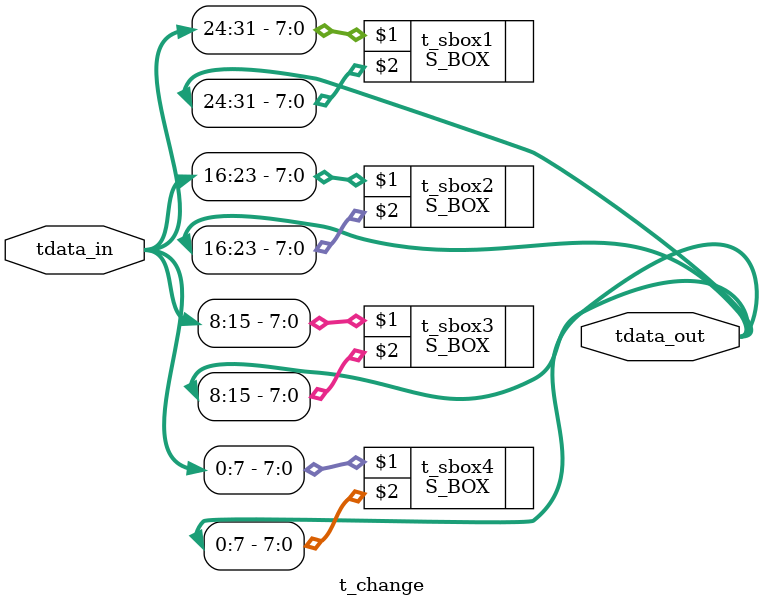
<source format=v>
/*******************lijingchao*********************
   ±¾Ä£¿éÊµÏÖt±ä»»£¬Êµ¼ÊÎª4¸ö²¢ÐÐµÄSºÐ±ä»»£¬Íê³É32Î»
   µÄSºÐ±ä»»¡£
   ÊäÈëÊý¾Ý: tdata_in  32Î»¡£
   Êä³öÊý¾Ý: tdata_out 32Î»¡£
***************************************************/
module t_change(//input
                tdata_in,
                //output
                tdata_out);
input    [0:31]   tdata_in;
output   [0:31]   tdata_out;

S_BOX t_sbox1(tdata_in[24:31],tdata_out[24:31]);  //SºÐÄ£¿éÊµÀý»¯1¡£
S_BOX t_sbox2(tdata_in[16:23],tdata_out[16:23]);  //SºÐÄ£¿éÊµÀý»¯2¡£
S_BOX t_sbox3(tdata_in[8:15],tdata_out[8:15]);    //SºÐÄ£¿éÊµÀý»¯3¡£
S_BOX t_sbox4(tdata_in[0:7],tdata_out[0:7]);      //SºÐÄ£¿éÊµÀý»¯4¡£

endmodule
</source>
